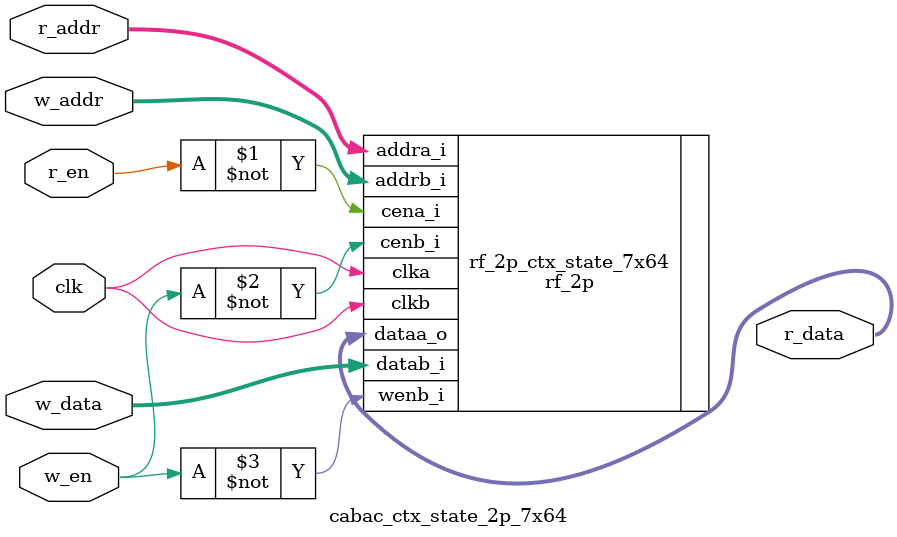
<source format=v>


module cabac_ctx_state_2p_7x64(
					//input
					clk				,
					r_en			,
					r_addr			,
					w_en			,
					w_addr			,
					w_data			,
							
					//output
					r_data


);


// ********************************************
//                                             
//    INPUT / OUTPUT DECLARATION                            
//                                             
// ********************************************
input				clk						;	//clock signal
input				r_en					;	//read enable signal
input	[5:0]		r_addr					;	//read address of memory
input				w_en					;	//write enable signal
input	[5:0]		w_addr					;	//write address of memory
input	[6:0]		w_data					;	//write data of memory
                                    		
output	[6:0]		r_data					;	//read data from memory		





// ********************************************
//                                             
//    Logic DECLARATION                 
//                                             
// ********************************************

rf_2p #(.Addr_Width(6), .Word_Width(7))	
	   rf_2p_ctx_state_7x64 (
				.clka    ( clk        ),  
				.cena_i  ( ~r_en      ),
		        .addra_i ( r_addr     ),
		        .dataa_o ( r_data     ),
				.clkb    ( clk        ),     
				.cenb_i  ( ~w_en      ),  
				.wenb_i  ( ~w_en      ),   
				.addrb_i ( w_addr     ),
				.datab_i ( w_data     )
);

endmodule










</source>
